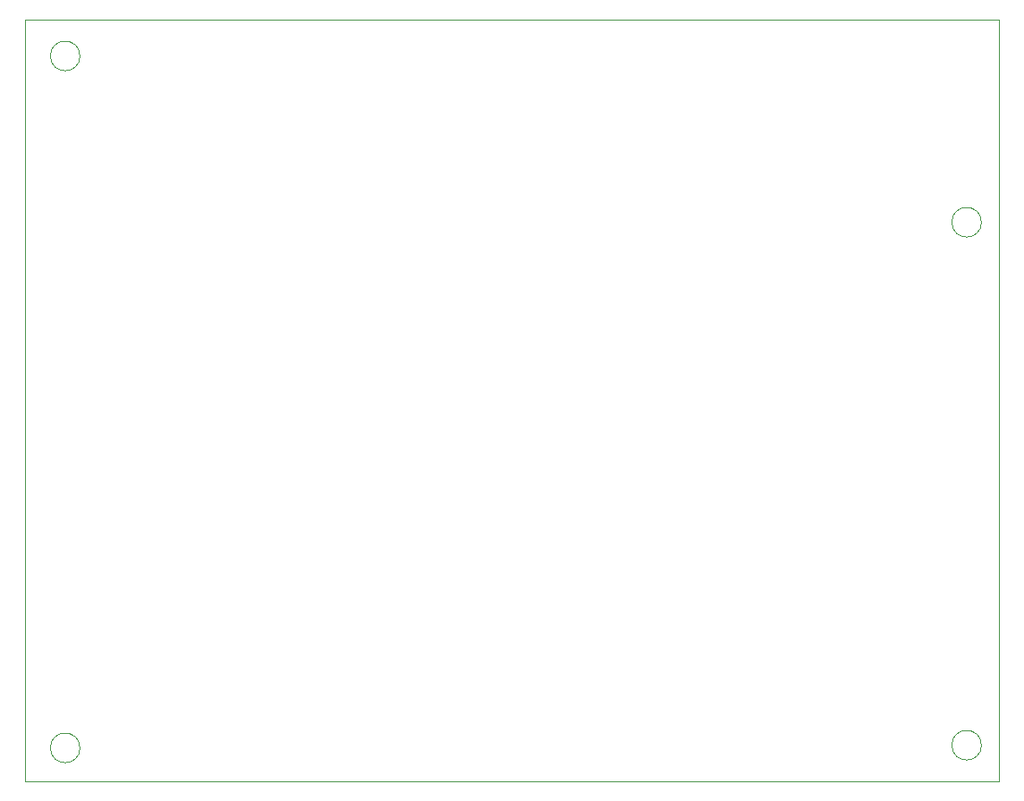
<source format=gm1>
%TF.GenerationSoftware,KiCad,Pcbnew,7.0.1*%
%TF.CreationDate,2023-04-28T23:02:29+02:00*%
%TF.ProjectId,Hexapod_Hardware,48657861-706f-4645-9f48-617264776172,rev?*%
%TF.SameCoordinates,Original*%
%TF.FileFunction,Profile,NP*%
%FSLAX46Y46*%
G04 Gerber Fmt 4.6, Leading zero omitted, Abs format (unit mm)*
G04 Created by KiCad (PCBNEW 7.0.1) date 2023-04-28 23:02:29*
%MOMM*%
%LPD*%
G01*
G04 APERTURE LIST*
%TA.AperFunction,Profile*%
%ADD10C,0.100000*%
%TD*%
G04 APERTURE END LIST*
D10*
X58674000Y-43053000D02*
X150876000Y-43053000D01*
X150876000Y-115189000D01*
X58674000Y-115189000D01*
X58674000Y-43053000D01*
X149228000Y-62230000D02*
G75*
G03*
X149228000Y-62230000I-1400000J0D01*
G01*
X63884000Y-112014000D02*
G75*
G03*
X63884000Y-112014000I-1400000J0D01*
G01*
X63884000Y-46482000D02*
G75*
G03*
X63884000Y-46482000I-1400000J0D01*
G01*
X149228000Y-111760000D02*
G75*
G03*
X149228000Y-111760000I-1400000J0D01*
G01*
M02*

</source>
